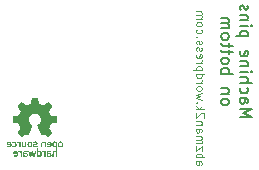
<source format=gbo>
G04 #@! TF.GenerationSoftware,KiCad,Pcbnew,(6.0.0)*
G04 #@! TF.CreationDate,2023-01-29T20:42:12-05:00*
G04 #@! TF.ProjectId,tms7000 qfp 60 adapter,746d7337-3030-4302-9071-667020363020,rev?*
G04 #@! TF.SameCoordinates,Original*
G04 #@! TF.FileFunction,Legend,Bot*
G04 #@! TF.FilePolarity,Positive*
%FSLAX46Y46*%
G04 Gerber Fmt 4.6, Leading zero omitted, Abs format (unit mm)*
G04 Created by KiCad (PCBNEW (6.0.0)) date 2023-01-29 20:42:12*
%MOMM*%
%LPD*%
G01*
G04 APERTURE LIST*
%ADD10C,0.150000*%
%ADD11C,0.100000*%
%ADD12R,1.700000X1.700000*%
%ADD13R,1.600000X1.600000*%
%ADD14O,1.600000X1.600000*%
%ADD15C,1.600000*%
%ADD16O,1.400000X1.400000*%
G04 APERTURE END LIST*
D10*
X142084619Y-93868285D02*
X143084619Y-93868285D01*
X142370333Y-93534952D01*
X143084619Y-93201619D01*
X142084619Y-93201619D01*
X142084619Y-92296857D02*
X142608428Y-92296857D01*
X142703666Y-92344476D01*
X142751285Y-92439714D01*
X142751285Y-92630190D01*
X142703666Y-92725428D01*
X142132238Y-92296857D02*
X142084619Y-92392095D01*
X142084619Y-92630190D01*
X142132238Y-92725428D01*
X142227476Y-92773047D01*
X142322714Y-92773047D01*
X142417952Y-92725428D01*
X142465571Y-92630190D01*
X142465571Y-92392095D01*
X142513190Y-92296857D01*
X142132238Y-91392095D02*
X142084619Y-91487333D01*
X142084619Y-91677809D01*
X142132238Y-91773047D01*
X142179857Y-91820666D01*
X142275095Y-91868285D01*
X142560809Y-91868285D01*
X142656047Y-91820666D01*
X142703666Y-91773047D01*
X142751285Y-91677809D01*
X142751285Y-91487333D01*
X142703666Y-91392095D01*
X142084619Y-90963523D02*
X143084619Y-90963523D01*
X142084619Y-90534952D02*
X142608428Y-90534952D01*
X142703666Y-90582571D01*
X142751285Y-90677809D01*
X142751285Y-90820666D01*
X142703666Y-90915904D01*
X142656047Y-90963523D01*
X142084619Y-90058761D02*
X142751285Y-90058761D01*
X143084619Y-90058761D02*
X143037000Y-90106380D01*
X142989380Y-90058761D01*
X143037000Y-90011142D01*
X143084619Y-90058761D01*
X142989380Y-90058761D01*
X142751285Y-89582571D02*
X142084619Y-89582571D01*
X142656047Y-89582571D02*
X142703666Y-89534952D01*
X142751285Y-89439714D01*
X142751285Y-89296857D01*
X142703666Y-89201619D01*
X142608428Y-89154000D01*
X142084619Y-89154000D01*
X142132238Y-88296857D02*
X142084619Y-88392095D01*
X142084619Y-88582571D01*
X142132238Y-88677809D01*
X142227476Y-88725428D01*
X142608428Y-88725428D01*
X142703666Y-88677809D01*
X142751285Y-88582571D01*
X142751285Y-88392095D01*
X142703666Y-88296857D01*
X142608428Y-88249238D01*
X142513190Y-88249238D01*
X142417952Y-88725428D01*
X142751285Y-87058761D02*
X141751285Y-87058761D01*
X142703666Y-87058761D02*
X142751285Y-86963523D01*
X142751285Y-86773047D01*
X142703666Y-86677809D01*
X142656047Y-86630190D01*
X142560809Y-86582571D01*
X142275095Y-86582571D01*
X142179857Y-86630190D01*
X142132238Y-86677809D01*
X142084619Y-86773047D01*
X142084619Y-86963523D01*
X142132238Y-87058761D01*
X142084619Y-86154000D02*
X142751285Y-86154000D01*
X143084619Y-86154000D02*
X143037000Y-86201619D01*
X142989380Y-86154000D01*
X143037000Y-86106380D01*
X143084619Y-86154000D01*
X142989380Y-86154000D01*
X142751285Y-85677809D02*
X142084619Y-85677809D01*
X142656047Y-85677809D02*
X142703666Y-85630190D01*
X142751285Y-85534952D01*
X142751285Y-85392095D01*
X142703666Y-85296857D01*
X142608428Y-85249238D01*
X142084619Y-85249238D01*
X142132238Y-84820666D02*
X142084619Y-84725428D01*
X142084619Y-84534952D01*
X142132238Y-84439714D01*
X142227476Y-84392095D01*
X142275095Y-84392095D01*
X142370333Y-84439714D01*
X142417952Y-84534952D01*
X142417952Y-84677809D01*
X142465571Y-84773047D01*
X142560809Y-84820666D01*
X142608428Y-84820666D01*
X142703666Y-84773047D01*
X142751285Y-84677809D01*
X142751285Y-84534952D01*
X142703666Y-84439714D01*
X140474619Y-92654000D02*
X140522238Y-92749238D01*
X140569857Y-92796857D01*
X140665095Y-92844476D01*
X140950809Y-92844476D01*
X141046047Y-92796857D01*
X141093666Y-92749238D01*
X141141285Y-92654000D01*
X141141285Y-92511142D01*
X141093666Y-92415904D01*
X141046047Y-92368285D01*
X140950809Y-92320666D01*
X140665095Y-92320666D01*
X140569857Y-92368285D01*
X140522238Y-92415904D01*
X140474619Y-92511142D01*
X140474619Y-92654000D01*
X141141285Y-91892095D02*
X140474619Y-91892095D01*
X141046047Y-91892095D02*
X141093666Y-91844476D01*
X141141285Y-91749238D01*
X141141285Y-91606380D01*
X141093666Y-91511142D01*
X140998428Y-91463523D01*
X140474619Y-91463523D01*
X140474619Y-90225428D02*
X141474619Y-90225428D01*
X141093666Y-90225428D02*
X141141285Y-90130190D01*
X141141285Y-89939714D01*
X141093666Y-89844476D01*
X141046047Y-89796857D01*
X140950809Y-89749238D01*
X140665095Y-89749238D01*
X140569857Y-89796857D01*
X140522238Y-89844476D01*
X140474619Y-89939714D01*
X140474619Y-90130190D01*
X140522238Y-90225428D01*
X140474619Y-89177809D02*
X140522238Y-89273047D01*
X140569857Y-89320666D01*
X140665095Y-89368285D01*
X140950809Y-89368285D01*
X141046047Y-89320666D01*
X141093666Y-89273047D01*
X141141285Y-89177809D01*
X141141285Y-89034952D01*
X141093666Y-88939714D01*
X141046047Y-88892095D01*
X140950809Y-88844476D01*
X140665095Y-88844476D01*
X140569857Y-88892095D01*
X140522238Y-88939714D01*
X140474619Y-89034952D01*
X140474619Y-89177809D01*
X141141285Y-88558761D02*
X141141285Y-88177809D01*
X141474619Y-88415904D02*
X140617476Y-88415904D01*
X140522238Y-88368285D01*
X140474619Y-88273047D01*
X140474619Y-88177809D01*
X141141285Y-87987333D02*
X141141285Y-87606380D01*
X141474619Y-87844476D02*
X140617476Y-87844476D01*
X140522238Y-87796857D01*
X140474619Y-87701619D01*
X140474619Y-87606380D01*
X140474619Y-87130190D02*
X140522238Y-87225428D01*
X140569857Y-87273047D01*
X140665095Y-87320666D01*
X140950809Y-87320666D01*
X141046047Y-87273047D01*
X141093666Y-87225428D01*
X141141285Y-87130190D01*
X141141285Y-86987333D01*
X141093666Y-86892095D01*
X141046047Y-86844476D01*
X140950809Y-86796857D01*
X140665095Y-86796857D01*
X140569857Y-86844476D01*
X140522238Y-86892095D01*
X140474619Y-86987333D01*
X140474619Y-87130190D01*
X140474619Y-86368285D02*
X141141285Y-86368285D01*
X141046047Y-86368285D02*
X141093666Y-86320666D01*
X141141285Y-86225428D01*
X141141285Y-86082571D01*
X141093666Y-85987333D01*
X140998428Y-85939714D01*
X140474619Y-85939714D01*
X140998428Y-85939714D02*
X141093666Y-85892095D01*
X141141285Y-85796857D01*
X141141285Y-85654000D01*
X141093666Y-85558761D01*
X140998428Y-85511142D01*
X140474619Y-85511142D01*
D11*
X138367333Y-97640000D02*
X138734000Y-97640000D01*
X138800666Y-97673333D01*
X138834000Y-97740000D01*
X138834000Y-97873333D01*
X138800666Y-97940000D01*
X138400666Y-97640000D02*
X138367333Y-97706666D01*
X138367333Y-97873333D01*
X138400666Y-97940000D01*
X138467333Y-97973333D01*
X138534000Y-97973333D01*
X138600666Y-97940000D01*
X138634000Y-97873333D01*
X138634000Y-97706666D01*
X138667333Y-97640000D01*
X138367333Y-97306666D02*
X139067333Y-97306666D01*
X138800666Y-97306666D02*
X138834000Y-97240000D01*
X138834000Y-97106666D01*
X138800666Y-97040000D01*
X138767333Y-97006666D01*
X138700666Y-96973333D01*
X138500666Y-96973333D01*
X138434000Y-97006666D01*
X138400666Y-97040000D01*
X138367333Y-97106666D01*
X138367333Y-97240000D01*
X138400666Y-97306666D01*
X138834000Y-96740000D02*
X138834000Y-96373333D01*
X138367333Y-96740000D01*
X138367333Y-96373333D01*
X138367333Y-96106666D02*
X138834000Y-96106666D01*
X138767333Y-96106666D02*
X138800666Y-96073333D01*
X138834000Y-96006666D01*
X138834000Y-95906666D01*
X138800666Y-95840000D01*
X138734000Y-95806666D01*
X138367333Y-95806666D01*
X138734000Y-95806666D02*
X138800666Y-95773333D01*
X138834000Y-95706666D01*
X138834000Y-95606666D01*
X138800666Y-95540000D01*
X138734000Y-95506666D01*
X138367333Y-95506666D01*
X138367333Y-94873333D02*
X138734000Y-94873333D01*
X138800666Y-94906666D01*
X138834000Y-94973333D01*
X138834000Y-95106666D01*
X138800666Y-95173333D01*
X138400666Y-94873333D02*
X138367333Y-94940000D01*
X138367333Y-95106666D01*
X138400666Y-95173333D01*
X138467333Y-95206666D01*
X138534000Y-95206666D01*
X138600666Y-95173333D01*
X138634000Y-95106666D01*
X138634000Y-94940000D01*
X138667333Y-94873333D01*
X138834000Y-94540000D02*
X138367333Y-94540000D01*
X138767333Y-94540000D02*
X138800666Y-94506666D01*
X138834000Y-94440000D01*
X138834000Y-94340000D01*
X138800666Y-94273333D01*
X138734000Y-94240000D01*
X138367333Y-94240000D01*
X139000666Y-93940000D02*
X139034000Y-93906666D01*
X139067333Y-93840000D01*
X139067333Y-93673333D01*
X139034000Y-93606666D01*
X139000666Y-93573333D01*
X138934000Y-93540000D01*
X138867333Y-93540000D01*
X138767333Y-93573333D01*
X138367333Y-93973333D01*
X138367333Y-93540000D01*
X138367333Y-93240000D02*
X139067333Y-93240000D01*
X138634000Y-93173333D02*
X138367333Y-92973333D01*
X138834000Y-92973333D02*
X138567333Y-93240000D01*
X138434000Y-92673333D02*
X138400666Y-92640000D01*
X138367333Y-92673333D01*
X138400666Y-92706666D01*
X138434000Y-92673333D01*
X138367333Y-92673333D01*
X138834000Y-92406666D02*
X138367333Y-92273333D01*
X138700666Y-92140000D01*
X138367333Y-92006666D01*
X138834000Y-91873333D01*
X138367333Y-91506666D02*
X138400666Y-91573333D01*
X138434000Y-91606666D01*
X138500666Y-91640000D01*
X138700666Y-91640000D01*
X138767333Y-91606666D01*
X138800666Y-91573333D01*
X138834000Y-91506666D01*
X138834000Y-91406666D01*
X138800666Y-91340000D01*
X138767333Y-91306666D01*
X138700666Y-91273333D01*
X138500666Y-91273333D01*
X138434000Y-91306666D01*
X138400666Y-91340000D01*
X138367333Y-91406666D01*
X138367333Y-91506666D01*
X138367333Y-90973333D02*
X138834000Y-90973333D01*
X138700666Y-90973333D02*
X138767333Y-90940000D01*
X138800666Y-90906666D01*
X138834000Y-90840000D01*
X138834000Y-90773333D01*
X138367333Y-90240000D02*
X139067333Y-90240000D01*
X138400666Y-90240000D02*
X138367333Y-90306666D01*
X138367333Y-90440000D01*
X138400666Y-90506666D01*
X138434000Y-90540000D01*
X138500666Y-90573333D01*
X138700666Y-90573333D01*
X138767333Y-90540000D01*
X138800666Y-90506666D01*
X138834000Y-90440000D01*
X138834000Y-90306666D01*
X138800666Y-90240000D01*
X138834000Y-89906666D02*
X138134000Y-89906666D01*
X138800666Y-89906666D02*
X138834000Y-89840000D01*
X138834000Y-89706666D01*
X138800666Y-89640000D01*
X138767333Y-89606666D01*
X138700666Y-89573333D01*
X138500666Y-89573333D01*
X138434000Y-89606666D01*
X138400666Y-89640000D01*
X138367333Y-89706666D01*
X138367333Y-89840000D01*
X138400666Y-89906666D01*
X138367333Y-89273333D02*
X138834000Y-89273333D01*
X138700666Y-89273333D02*
X138767333Y-89240000D01*
X138800666Y-89206666D01*
X138834000Y-89140000D01*
X138834000Y-89073333D01*
X138400666Y-88573333D02*
X138367333Y-88640000D01*
X138367333Y-88773333D01*
X138400666Y-88840000D01*
X138467333Y-88873333D01*
X138734000Y-88873333D01*
X138800666Y-88840000D01*
X138834000Y-88773333D01*
X138834000Y-88640000D01*
X138800666Y-88573333D01*
X138734000Y-88540000D01*
X138667333Y-88540000D01*
X138600666Y-88873333D01*
X138400666Y-88273333D02*
X138367333Y-88206666D01*
X138367333Y-88073333D01*
X138400666Y-88006666D01*
X138467333Y-87973333D01*
X138500666Y-87973333D01*
X138567333Y-88006666D01*
X138600666Y-88073333D01*
X138600666Y-88173333D01*
X138634000Y-88240000D01*
X138700666Y-88273333D01*
X138734000Y-88273333D01*
X138800666Y-88240000D01*
X138834000Y-88173333D01*
X138834000Y-88073333D01*
X138800666Y-88006666D01*
X138400666Y-87706666D02*
X138367333Y-87640000D01*
X138367333Y-87506666D01*
X138400666Y-87440000D01*
X138467333Y-87406666D01*
X138500666Y-87406666D01*
X138567333Y-87440000D01*
X138600666Y-87506666D01*
X138600666Y-87606666D01*
X138634000Y-87673333D01*
X138700666Y-87706666D01*
X138734000Y-87706666D01*
X138800666Y-87673333D01*
X138834000Y-87606666D01*
X138834000Y-87506666D01*
X138800666Y-87440000D01*
X138434000Y-87106666D02*
X138400666Y-87073333D01*
X138367333Y-87106666D01*
X138400666Y-87140000D01*
X138434000Y-87106666D01*
X138367333Y-87106666D01*
X138400666Y-86473333D02*
X138367333Y-86540000D01*
X138367333Y-86673333D01*
X138400666Y-86740000D01*
X138434000Y-86773333D01*
X138500666Y-86806666D01*
X138700666Y-86806666D01*
X138767333Y-86773333D01*
X138800666Y-86740000D01*
X138834000Y-86673333D01*
X138834000Y-86540000D01*
X138800666Y-86473333D01*
X138367333Y-86073333D02*
X138400666Y-86140000D01*
X138434000Y-86173333D01*
X138500666Y-86206666D01*
X138700666Y-86206666D01*
X138767333Y-86173333D01*
X138800666Y-86140000D01*
X138834000Y-86073333D01*
X138834000Y-85973333D01*
X138800666Y-85906666D01*
X138767333Y-85873333D01*
X138700666Y-85840000D01*
X138500666Y-85840000D01*
X138434000Y-85873333D01*
X138400666Y-85906666D01*
X138367333Y-85973333D01*
X138367333Y-86073333D01*
X138367333Y-85540000D02*
X138834000Y-85540000D01*
X138767333Y-85540000D02*
X138800666Y-85506666D01*
X138834000Y-85440000D01*
X138834000Y-85340000D01*
X138800666Y-85273333D01*
X138734000Y-85240000D01*
X138367333Y-85240000D01*
X138734000Y-85240000D02*
X138800666Y-85206666D01*
X138834000Y-85140000D01*
X138834000Y-85040000D01*
X138800666Y-84973333D01*
X138734000Y-84940000D01*
X138367333Y-84940000D01*
G36*
X127087389Y-96262644D02*
G01*
X127080887Y-96306692D01*
X127069432Y-96343065D01*
X127052383Y-96373840D01*
X127029101Y-96401091D01*
X127013543Y-96415032D01*
X126972530Y-96440863D01*
X126927542Y-96455036D01*
X126892314Y-96457788D01*
X126851745Y-96455121D01*
X126814517Y-96447277D01*
X126788930Y-96436783D01*
X126751903Y-96411732D01*
X126720822Y-96378289D01*
X126698305Y-96338896D01*
X126693959Y-96325802D01*
X126687969Y-96294798D01*
X126684166Y-96256595D01*
X126682555Y-96214443D01*
X126682688Y-96204622D01*
X126783396Y-96204622D01*
X126784009Y-96233827D01*
X126787610Y-96273015D01*
X126794818Y-96302494D01*
X126806071Y-96323791D01*
X126821807Y-96338431D01*
X126821842Y-96338454D01*
X126851699Y-96351496D01*
X126884910Y-96355697D01*
X126917383Y-96351083D01*
X126945031Y-96337678D01*
X126954491Y-96330094D01*
X126967977Y-96315574D01*
X126977170Y-96298180D01*
X126982813Y-96275524D01*
X126985653Y-96245214D01*
X126986434Y-96204860D01*
X126986432Y-96201198D01*
X126986118Y-96168228D01*
X126985024Y-96144807D01*
X126982802Y-96128236D01*
X126979107Y-96115818D01*
X126973593Y-96104856D01*
X126958118Y-96084609D01*
X126932291Y-96065528D01*
X126902772Y-96055446D01*
X126872039Y-96054361D01*
X126842569Y-96062271D01*
X126816838Y-96079171D01*
X126797325Y-96105059D01*
X126791672Y-96117271D01*
X126787343Y-96131273D01*
X126784811Y-96148421D01*
X126783641Y-96171832D01*
X126783396Y-96204622D01*
X126682688Y-96204622D01*
X126683137Y-96171595D01*
X126685916Y-96131300D01*
X126690894Y-96096811D01*
X126698074Y-96071377D01*
X126707503Y-96051878D01*
X126734757Y-96014228D01*
X126769129Y-95984967D01*
X126808824Y-95964456D01*
X126852045Y-95953056D01*
X126896997Y-95951129D01*
X126941884Y-95959034D01*
X126984911Y-95977134D01*
X127024281Y-96005789D01*
X127033752Y-96014975D01*
X127055751Y-96041849D01*
X127071622Y-96072103D01*
X127082076Y-96107908D01*
X127087826Y-96151437D01*
X127089584Y-96204860D01*
X127089576Y-96208846D01*
X127087389Y-96262644D01*
G37*
G36*
X122977871Y-95954238D02*
G01*
X123015992Y-95963047D01*
X123062834Y-95983097D01*
X123101027Y-96012091D01*
X123130702Y-96050168D01*
X123151990Y-96097468D01*
X123165022Y-96154132D01*
X123168813Y-96208952D01*
X123164257Y-96263558D01*
X123151680Y-96314106D01*
X123131645Y-96358354D01*
X123104717Y-96394062D01*
X123098313Y-96400200D01*
X123065202Y-96424577D01*
X123026916Y-96443771D01*
X122989003Y-96454867D01*
X122965022Y-96458394D01*
X122937330Y-96459908D01*
X122912099Y-96457074D01*
X122883799Y-96449619D01*
X122871987Y-96445538D01*
X122836908Y-96429273D01*
X122804545Y-96408747D01*
X122779743Y-96386882D01*
X122772316Y-96377808D01*
X122771768Y-96370513D01*
X122779743Y-96360459D01*
X122783378Y-96356658D01*
X122797995Y-96343044D01*
X122814962Y-96328782D01*
X122838272Y-96310296D01*
X122860727Y-96327423D01*
X122865668Y-96331027D01*
X122899678Y-96348417D01*
X122935569Y-96355831D01*
X122971033Y-96353672D01*
X123003765Y-96342349D01*
X123031459Y-96322264D01*
X123051808Y-96293825D01*
X123052576Y-96292244D01*
X123059531Y-96275391D01*
X123063699Y-96257822D01*
X123065716Y-96235618D01*
X123066216Y-96204860D01*
X123066177Y-96195915D01*
X123065349Y-96168334D01*
X123062925Y-96148228D01*
X123058215Y-96131631D01*
X123050532Y-96114574D01*
X123033896Y-96089155D01*
X123009032Y-96068800D01*
X122977211Y-96057986D01*
X122937239Y-96056096D01*
X122925983Y-96056829D01*
X122903422Y-96060086D01*
X122885471Y-96066754D01*
X122866473Y-96078636D01*
X122837664Y-96098942D01*
X122814658Y-96080697D01*
X122808917Y-96076039D01*
X122792153Y-96061426D01*
X122779684Y-96049195D01*
X122777840Y-96047144D01*
X122771560Y-96038479D01*
X122772929Y-96031261D01*
X122782449Y-96020254D01*
X122785187Y-96017425D01*
X122815986Y-95992751D01*
X122854070Y-95971886D01*
X122894764Y-95957443D01*
X122904832Y-95954973D01*
X122928491Y-95950847D01*
X122950570Y-95950690D01*
X122977871Y-95954238D01*
G37*
G36*
X123411677Y-96737800D02*
G01*
X123453860Y-96748756D01*
X123491837Y-96770210D01*
X123513705Y-96786889D01*
X123513705Y-96742492D01*
X123613729Y-96742492D01*
X123613729Y-97236364D01*
X123513705Y-97236364D01*
X123513695Y-97072261D01*
X123513662Y-97039446D01*
X123513441Y-96995757D01*
X123512930Y-96962000D01*
X123512036Y-96936591D01*
X123510665Y-96917944D01*
X123508723Y-96904474D01*
X123506118Y-96894595D01*
X123502755Y-96886722D01*
X123492847Y-96871290D01*
X123469113Y-96850292D01*
X123440121Y-96838753D01*
X123408599Y-96837525D01*
X123377272Y-96847462D01*
X123352794Y-96860221D01*
X123316699Y-96816346D01*
X123315920Y-96815397D01*
X123298951Y-96793992D01*
X123289510Y-96779879D01*
X123286623Y-96771283D01*
X123289315Y-96766426D01*
X123325343Y-96747579D01*
X123367950Y-96737391D01*
X123411677Y-96737800D01*
G37*
G36*
X126123277Y-97137740D02*
G01*
X126114922Y-97157757D01*
X126091580Y-97189802D01*
X126058911Y-97215586D01*
X126018545Y-97233616D01*
X125993158Y-97239020D01*
X125958418Y-97241812D01*
X125923401Y-97240875D01*
X125894172Y-97236088D01*
X125892691Y-97235657D01*
X125871317Y-97226380D01*
X125851974Y-97213687D01*
X125833025Y-97197743D01*
X125833025Y-97236364D01*
X125725651Y-97236364D01*
X125727978Y-97064272D01*
X125833025Y-97064272D01*
X125833604Y-97078452D01*
X125838725Y-97106494D01*
X125848335Y-97127439D01*
X125861451Y-97138712D01*
X125864155Y-97139600D01*
X125882169Y-97142827D01*
X125907171Y-97144946D01*
X125934707Y-97145796D01*
X125960328Y-97145214D01*
X125979582Y-97143036D01*
X125987641Y-97140911D01*
X126010465Y-97128711D01*
X126025844Y-97110733D01*
X126032743Y-97089599D01*
X126030127Y-97067929D01*
X126016961Y-97048344D01*
X126010341Y-97042676D01*
X126002387Y-97038213D01*
X125991449Y-97035238D01*
X125975148Y-97033340D01*
X125951103Y-97032111D01*
X125916937Y-97031141D01*
X125833025Y-97029094D01*
X125833025Y-97064272D01*
X125727978Y-97064272D01*
X125728208Y-97047255D01*
X125728247Y-97044355D01*
X125729275Y-96983620D01*
X125730548Y-96934473D01*
X125732113Y-96896040D01*
X125734012Y-96867444D01*
X125736292Y-96847811D01*
X125738998Y-96836265D01*
X125752443Y-96808681D01*
X125777282Y-96779763D01*
X125811901Y-96757477D01*
X125821053Y-96753171D01*
X125838787Y-96746373D01*
X125857670Y-96741986D01*
X125881486Y-96739268D01*
X125914020Y-96737479D01*
X125940432Y-96736870D01*
X125984015Y-96739008D01*
X126019425Y-96746034D01*
X126049091Y-96758543D01*
X126075440Y-96777132D01*
X126086170Y-96786729D01*
X126097461Y-96798123D01*
X126101841Y-96804491D01*
X126101693Y-96805031D01*
X126095611Y-96811955D01*
X126082396Y-96823767D01*
X126064504Y-96838248D01*
X126027166Y-96867244D01*
X126011277Y-96852518D01*
X126002270Y-96845351D01*
X125983153Y-96836342D01*
X125957587Y-96831474D01*
X125922690Y-96830014D01*
X125907294Y-96830657D01*
X125877148Y-96836125D01*
X125853732Y-96846349D01*
X125839780Y-96860331D01*
X125837340Y-96867205D01*
X125834238Y-96885354D01*
X125833025Y-96907065D01*
X125833025Y-96941179D01*
X125925235Y-96943805D01*
X125968004Y-96945565D01*
X126002830Y-96948623D01*
X126029680Y-96953508D01*
X126050863Y-96960814D01*
X126068688Y-96971137D01*
X126085462Y-96985071D01*
X126096949Y-96997966D01*
X126114503Y-97029197D01*
X126125417Y-97065625D01*
X126127499Y-97089599D01*
X126128678Y-97103167D01*
X126123277Y-97137740D01*
G37*
G36*
X126496434Y-97236364D02*
G01*
X126494498Y-97069135D01*
X126494145Y-97039512D01*
X126493519Y-96995597D01*
X126492783Y-96961697D01*
X126491805Y-96936222D01*
X126490451Y-96917577D01*
X126488587Y-96904172D01*
X126486080Y-96894412D01*
X126482797Y-96886706D01*
X126478603Y-96879461D01*
X126477992Y-96878494D01*
X126457149Y-96856799D01*
X126429512Y-96842771D01*
X126398521Y-96837062D01*
X126367620Y-96840325D01*
X126340249Y-96853214D01*
X126329982Y-96861294D01*
X126321244Y-96870344D01*
X126314528Y-96881322D01*
X126309571Y-96895738D01*
X126306107Y-96915103D01*
X126303873Y-96940927D01*
X126302603Y-96974721D01*
X126302034Y-97017995D01*
X126301900Y-97072261D01*
X126301891Y-97236364D01*
X126201354Y-97236364D01*
X126203173Y-97044129D01*
X126203271Y-97033827D01*
X126203871Y-96978085D01*
X126204686Y-96933100D01*
X126205998Y-96897373D01*
X126208088Y-96869404D01*
X126211240Y-96847694D01*
X126215735Y-96830744D01*
X126221855Y-96817054D01*
X126229884Y-96805126D01*
X126240103Y-96793460D01*
X126252794Y-96780557D01*
X126267956Y-96767508D01*
X126303671Y-96747927D01*
X126343792Y-96737566D01*
X126385391Y-96736657D01*
X126425538Y-96745430D01*
X126461305Y-96764116D01*
X126463334Y-96765586D01*
X126477775Y-96775746D01*
X126487874Y-96782376D01*
X126488701Y-96782602D01*
X126490820Y-96779698D01*
X126492492Y-96770631D01*
X126493761Y-96754346D01*
X126494671Y-96729785D01*
X126495266Y-96695893D01*
X126495590Y-96651612D01*
X126495688Y-96595886D01*
X126495688Y-96404781D01*
X126462868Y-96426443D01*
X126447662Y-96435433D01*
X126422440Y-96447327D01*
X126400229Y-96454693D01*
X126369194Y-96458451D01*
X126327136Y-96453887D01*
X126288242Y-96438972D01*
X126254504Y-96414870D01*
X126227914Y-96382746D01*
X126210464Y-96343763D01*
X126209652Y-96340742D01*
X126205495Y-96316146D01*
X126202559Y-96282661D01*
X126200844Y-96243333D01*
X126200429Y-96207986D01*
X126305016Y-96207986D01*
X126305498Y-96246380D01*
X126307482Y-96278556D01*
X126311532Y-96302193D01*
X126318210Y-96319347D01*
X126328076Y-96332073D01*
X126341691Y-96342429D01*
X126358756Y-96350480D01*
X126388223Y-96356127D01*
X126418651Y-96354293D01*
X126446119Y-96345372D01*
X126466704Y-96329764D01*
X126472699Y-96321379D01*
X126484967Y-96293046D01*
X126492757Y-96257414D01*
X126496088Y-96217623D01*
X126494979Y-96176815D01*
X126489449Y-96138130D01*
X126479516Y-96104709D01*
X126465200Y-96079694D01*
X126456345Y-96069959D01*
X126445478Y-96062372D01*
X126430875Y-96058336D01*
X126408153Y-96056032D01*
X126385858Y-96055596D01*
X126355395Y-96061064D01*
X126332702Y-96074914D01*
X126316286Y-96097828D01*
X126311575Y-96109489D01*
X126308331Y-96123916D01*
X126306323Y-96143514D01*
X126305301Y-96170724D01*
X126305016Y-96207986D01*
X126200429Y-96207986D01*
X126200349Y-96201209D01*
X126201072Y-96159334D01*
X126203014Y-96120754D01*
X126206173Y-96088517D01*
X126210548Y-96065668D01*
X126217244Y-96046939D01*
X126238648Y-96011125D01*
X126267730Y-95983222D01*
X126302672Y-95963821D01*
X126341654Y-95953514D01*
X126382855Y-95952892D01*
X126424457Y-95962547D01*
X126464638Y-95983070D01*
X126495688Y-96003965D01*
X126495688Y-95954798D01*
X126595713Y-95954798D01*
X126595713Y-97236364D01*
X126496434Y-97236364D01*
G37*
G36*
X122739054Y-96197519D02*
G01*
X122738451Y-96235025D01*
X122735988Y-96269379D01*
X122731700Y-96295969D01*
X122719097Y-96334741D01*
X122694702Y-96378724D01*
X122661952Y-96413624D01*
X122621212Y-96439074D01*
X122572848Y-96454708D01*
X122569870Y-96455295D01*
X122515895Y-96459426D01*
X122462548Y-96451787D01*
X122412082Y-96432941D01*
X122366750Y-96403447D01*
X122360269Y-96397882D01*
X122349090Y-96386868D01*
X122344667Y-96380207D01*
X122344698Y-96379966D01*
X122349789Y-96373179D01*
X122361907Y-96361098D01*
X122378612Y-96346170D01*
X122412557Y-96317169D01*
X122435184Y-96332524D01*
X122438735Y-96334850D01*
X122459897Y-96346624D01*
X122480045Y-96355217D01*
X122489905Y-96357786D01*
X122517319Y-96360513D01*
X122546851Y-96358956D01*
X122573746Y-96353555D01*
X122593250Y-96344748D01*
X122608816Y-96328790D01*
X122623510Y-96305823D01*
X122634297Y-96281144D01*
X122638489Y-96259799D01*
X122638489Y-96242369D01*
X122330814Y-96242369D01*
X122333378Y-96172039D01*
X122334152Y-96161099D01*
X122430797Y-96161099D01*
X122638489Y-96161099D01*
X122638489Y-96143328D01*
X122635450Y-96124786D01*
X122624235Y-96099124D01*
X122607563Y-96075933D01*
X122588419Y-96060170D01*
X122587520Y-96059698D01*
X122563303Y-96051620D01*
X122534798Y-96048571D01*
X122527949Y-96048768D01*
X122494333Y-96056359D01*
X122466972Y-96074311D01*
X122446886Y-96101713D01*
X122435091Y-96137656D01*
X122430797Y-96161099D01*
X122334152Y-96161099D01*
X122336583Y-96126718D01*
X122343361Y-96089731D01*
X122354730Y-96059451D01*
X122371751Y-96033071D01*
X122395484Y-96007789D01*
X122433084Y-95979394D01*
X122477904Y-95959477D01*
X122525608Y-95951200D01*
X122574733Y-95954995D01*
X122617329Y-95968291D01*
X122657831Y-95992633D01*
X122690761Y-96026780D01*
X122715894Y-96070495D01*
X122733006Y-96123537D01*
X122734540Y-96131494D01*
X122737722Y-96161099D01*
X122737762Y-96161472D01*
X122739054Y-96197519D01*
G37*
G36*
X124743369Y-92241388D02*
G01*
X124799570Y-92241442D01*
X124845038Y-92241603D01*
X124880952Y-92241928D01*
X124908490Y-92242476D01*
X124928834Y-92243302D01*
X124943163Y-92244464D01*
X124952655Y-92246019D01*
X124958491Y-92248024D01*
X124961851Y-92250535D01*
X124963913Y-92253610D01*
X124964182Y-92254217D01*
X124967094Y-92264783D01*
X124971909Y-92286002D01*
X124978341Y-92316450D01*
X124986099Y-92354706D01*
X124994894Y-92399349D01*
X125004438Y-92448957D01*
X125014441Y-92502108D01*
X125016182Y-92511436D01*
X125026164Y-92563856D01*
X125035712Y-92612320D01*
X125044530Y-92655436D01*
X125052320Y-92691812D01*
X125058787Y-92720058D01*
X125063633Y-92738782D01*
X125066563Y-92746591D01*
X125068658Y-92748118D01*
X125081227Y-92754716D01*
X125102847Y-92764748D01*
X125131660Y-92777451D01*
X125165810Y-92792066D01*
X125203439Y-92807832D01*
X125242689Y-92823987D01*
X125281702Y-92839772D01*
X125318621Y-92854425D01*
X125351588Y-92867186D01*
X125378746Y-92877293D01*
X125398236Y-92883986D01*
X125408203Y-92886505D01*
X125411560Y-92885922D01*
X125424228Y-92880311D01*
X125444948Y-92868554D01*
X125474122Y-92850396D01*
X125512152Y-92825582D01*
X125559442Y-92793858D01*
X125616394Y-92754970D01*
X125633748Y-92743042D01*
X125683170Y-92709091D01*
X125723576Y-92681409D01*
X125755953Y-92659381D01*
X125781288Y-92642393D01*
X125800566Y-92629831D01*
X125814776Y-92621079D01*
X125824904Y-92615523D01*
X125831935Y-92612549D01*
X125836857Y-92611541D01*
X125840656Y-92611885D01*
X125844318Y-92612967D01*
X125849804Y-92616512D01*
X125863480Y-92628125D01*
X125883484Y-92646557D01*
X125908641Y-92670611D01*
X125937776Y-92699093D01*
X125969713Y-92730804D01*
X126003278Y-92764550D01*
X126037294Y-92799134D01*
X126070588Y-92833359D01*
X126101984Y-92866030D01*
X126130307Y-92895950D01*
X126154381Y-92921924D01*
X126173032Y-92942754D01*
X126185084Y-92957244D01*
X126189363Y-92964199D01*
X126189303Y-92964667D01*
X126184995Y-92973787D01*
X126174427Y-92991805D01*
X126158378Y-93017510D01*
X126137628Y-93049693D01*
X126112955Y-93087143D01*
X126085137Y-93128652D01*
X126054955Y-93173009D01*
X126052078Y-93177208D01*
X126012190Y-93235896D01*
X125979392Y-93285116D01*
X125953756Y-93324756D01*
X125935355Y-93354699D01*
X125924261Y-93374831D01*
X125920547Y-93385039D01*
X125921603Y-93391070D01*
X125927022Y-93408357D01*
X125936352Y-93433753D01*
X125948817Y-93465465D01*
X125963640Y-93501699D01*
X125980045Y-93540663D01*
X125997256Y-93580564D01*
X126014496Y-93619609D01*
X126030988Y-93656004D01*
X126045956Y-93687958D01*
X126058623Y-93713676D01*
X126068213Y-93731366D01*
X126073949Y-93739235D01*
X126081881Y-93742017D01*
X126100930Y-93746846D01*
X126129433Y-93753271D01*
X126165910Y-93760982D01*
X126208880Y-93769665D01*
X126256864Y-93779008D01*
X126308382Y-93788699D01*
X126356241Y-93797626D01*
X126404653Y-93806820D01*
X126448213Y-93815264D01*
X126485432Y-93822660D01*
X126514819Y-93828713D01*
X126534884Y-93833125D01*
X126544138Y-93835600D01*
X126558204Y-93841510D01*
X126558204Y-94091037D01*
X126558203Y-94099380D01*
X126558163Y-94160530D01*
X126558021Y-94210474D01*
X126557728Y-94250368D01*
X126557234Y-94281366D01*
X126556489Y-94304623D01*
X126555444Y-94321295D01*
X126554048Y-94332537D01*
X126552253Y-94339504D01*
X126550008Y-94343351D01*
X126547264Y-94345233D01*
X126538961Y-94347385D01*
X126519765Y-94351547D01*
X126491157Y-94357416D01*
X126454589Y-94364702D01*
X126411512Y-94373116D01*
X126363377Y-94382369D01*
X126311634Y-94392173D01*
X126282245Y-94397726D01*
X126224864Y-94408767D01*
X126178477Y-94418034D01*
X126142161Y-94425736D01*
X126114993Y-94432085D01*
X126096050Y-94437289D01*
X126084409Y-94441560D01*
X126079147Y-94445108D01*
X126078256Y-94446600D01*
X126072683Y-94458358D01*
X126063362Y-94479708D01*
X126050938Y-94509110D01*
X126036058Y-94545027D01*
X126019365Y-94585920D01*
X126001505Y-94630250D01*
X125985714Y-94670008D01*
X125966031Y-94720836D01*
X125951214Y-94760990D01*
X125941111Y-94790911D01*
X125935565Y-94811039D01*
X125934424Y-94821813D01*
X125937652Y-94829173D01*
X125947347Y-94846078D01*
X125962649Y-94870802D01*
X125982726Y-94902050D01*
X126006744Y-94938529D01*
X126033871Y-94978944D01*
X126063274Y-95022001D01*
X126089617Y-95060495D01*
X126116734Y-95100662D01*
X126140729Y-95136781D01*
X126160796Y-95167609D01*
X126176129Y-95191907D01*
X126185920Y-95208434D01*
X126189363Y-95215948D01*
X126189066Y-95216879D01*
X126182614Y-95225668D01*
X126168451Y-95241950D01*
X126147532Y-95264715D01*
X126120814Y-95292948D01*
X126089250Y-95325639D01*
X126053795Y-95361775D01*
X126015405Y-95400343D01*
X125987224Y-95428412D01*
X125946831Y-95468395D01*
X125913910Y-95500566D01*
X125887679Y-95525638D01*
X125867353Y-95544324D01*
X125852148Y-95557336D01*
X125841280Y-95565387D01*
X125833966Y-95569190D01*
X125829422Y-95569458D01*
X125823536Y-95566169D01*
X125808082Y-95556400D01*
X125784667Y-95541073D01*
X125754557Y-95521033D01*
X125719020Y-95497125D01*
X125679323Y-95470193D01*
X125636733Y-95441082D01*
X125600698Y-95416526D01*
X125560497Y-95389542D01*
X125524239Y-95365644D01*
X125493187Y-95345642D01*
X125468604Y-95330350D01*
X125451754Y-95320579D01*
X125443900Y-95317141D01*
X125440969Y-95317687D01*
X125427341Y-95322812D01*
X125406033Y-95332468D01*
X125379324Y-95345594D01*
X125349496Y-95361128D01*
X125336227Y-95368123D01*
X125307606Y-95382502D01*
X125283150Y-95393838D01*
X125265112Y-95401117D01*
X125255744Y-95403325D01*
X125253848Y-95402138D01*
X125249288Y-95395986D01*
X125242617Y-95384039D01*
X125233550Y-95365651D01*
X125221803Y-95340179D01*
X125207093Y-95306977D01*
X125189134Y-95265400D01*
X125167643Y-95214804D01*
X125142336Y-95154543D01*
X125112929Y-95083973D01*
X125079138Y-95002449D01*
X125061557Y-94959880D01*
X125034740Y-94894673D01*
X125009624Y-94833273D01*
X124986597Y-94776647D01*
X124966047Y-94725760D01*
X124948363Y-94681580D01*
X124933933Y-94645075D01*
X124923145Y-94617210D01*
X124916388Y-94598954D01*
X124914049Y-94591273D01*
X124914602Y-94588090D01*
X124923234Y-94575750D01*
X124940618Y-94562067D01*
X124944212Y-94559721D01*
X124963778Y-94546425D01*
X124987886Y-94529478D01*
X125012140Y-94511960D01*
X125049171Y-94482131D01*
X125104147Y-94425696D01*
X125149472Y-94362520D01*
X125184672Y-94293825D01*
X125209274Y-94220831D01*
X125222806Y-94144763D01*
X125224795Y-94066841D01*
X125214767Y-93988288D01*
X125210093Y-93967870D01*
X125185475Y-93894745D01*
X125150150Y-93826523D01*
X125105131Y-93764286D01*
X125051433Y-93709119D01*
X124990070Y-93662104D01*
X124922057Y-93624327D01*
X124848408Y-93596870D01*
X124828525Y-93591961D01*
X124779764Y-93584619D01*
X124725556Y-93581439D01*
X124670210Y-93582421D01*
X124618035Y-93587565D01*
X124573340Y-93596870D01*
X124527361Y-93612173D01*
X124464513Y-93641533D01*
X124406811Y-93679993D01*
X124351411Y-93729248D01*
X124343356Y-93737386D01*
X124306607Y-93777485D01*
X124277888Y-93815186D01*
X124254897Y-93853811D01*
X124235331Y-93896684D01*
X124213609Y-93962314D01*
X124199542Y-94039516D01*
X124197158Y-94116636D01*
X124206126Y-94192501D01*
X124226114Y-94265939D01*
X124256787Y-94335777D01*
X124297816Y-94400842D01*
X124348867Y-94459961D01*
X124409608Y-94511960D01*
X124415316Y-94516131D01*
X124439940Y-94533793D01*
X124463344Y-94550132D01*
X124481130Y-94562067D01*
X124487343Y-94566321D01*
X124502241Y-94579847D01*
X124507699Y-94591273D01*
X124506763Y-94594824D01*
X124501597Y-94609276D01*
X124492257Y-94633694D01*
X124479131Y-94667111D01*
X124462607Y-94708561D01*
X124443073Y-94757076D01*
X124420919Y-94811689D01*
X124396531Y-94871434D01*
X124370299Y-94935343D01*
X124342610Y-95002449D01*
X124321065Y-95054472D01*
X124290033Y-95129107D01*
X124263210Y-95193190D01*
X124240309Y-95247365D01*
X124221049Y-95292276D01*
X124205143Y-95328569D01*
X124192309Y-95356888D01*
X124182262Y-95377879D01*
X124174719Y-95392185D01*
X124169394Y-95400452D01*
X124166004Y-95403325D01*
X124163113Y-95403047D01*
X124149671Y-95398494D01*
X124128546Y-95389313D01*
X124101989Y-95376520D01*
X124072253Y-95361128D01*
X124059186Y-95354219D01*
X124030421Y-95339591D01*
X124005755Y-95327827D01*
X123987471Y-95319990D01*
X123977848Y-95317141D01*
X123971851Y-95319601D01*
X123956327Y-95328434D01*
X123932872Y-95342915D01*
X123902750Y-95362232D01*
X123867224Y-95385574D01*
X123827558Y-95412128D01*
X123785015Y-95441082D01*
X123749292Y-95465514D01*
X123709030Y-95492865D01*
X123672719Y-95517330D01*
X123641625Y-95538066D01*
X123617017Y-95554229D01*
X123600162Y-95564975D01*
X123592327Y-95569458D01*
X123589885Y-95569681D01*
X123583771Y-95567376D01*
X123574417Y-95561106D01*
X123561038Y-95550161D01*
X123542851Y-95533827D01*
X123519072Y-95511390D01*
X123488917Y-95482140D01*
X123451602Y-95445362D01*
X123406344Y-95400343D01*
X123396160Y-95390165D01*
X123358439Y-95352130D01*
X123323902Y-95316790D01*
X123293502Y-95285158D01*
X123268196Y-95258246D01*
X123248938Y-95237065D01*
X123236683Y-95222628D01*
X123232385Y-95215948D01*
X123235172Y-95209635D01*
X123244352Y-95193972D01*
X123259156Y-95170411D01*
X123278777Y-95140192D01*
X123302408Y-95104557D01*
X123329243Y-95064746D01*
X123358474Y-95022001D01*
X123384296Y-94984226D01*
X123411755Y-94943409D01*
X123436209Y-94906366D01*
X123456825Y-94874391D01*
X123472772Y-94848777D01*
X123483216Y-94830820D01*
X123487325Y-94821813D01*
X123487053Y-94815701D01*
X123483012Y-94798780D01*
X123474465Y-94772215D01*
X123461257Y-94735565D01*
X123443234Y-94688390D01*
X123420243Y-94630250D01*
X123414400Y-94615684D01*
X123396846Y-94572294D01*
X123380667Y-94532836D01*
X123366507Y-94498850D01*
X123355013Y-94471875D01*
X123346829Y-94453448D01*
X123342601Y-94445108D01*
X123340983Y-94443601D01*
X123332989Y-94439757D01*
X123318204Y-94435095D01*
X123295706Y-94429406D01*
X123264571Y-94422480D01*
X123223876Y-94414106D01*
X123172698Y-94404073D01*
X123110114Y-94392173D01*
X123059036Y-94382496D01*
X123010844Y-94373233D01*
X122967690Y-94364806D01*
X122931027Y-94357504D01*
X122902304Y-94351615D01*
X122882973Y-94347428D01*
X122874485Y-94345233D01*
X122874119Y-94345069D01*
X122871439Y-94343007D01*
X122869252Y-94338839D01*
X122867508Y-94331409D01*
X122866158Y-94319563D01*
X122865152Y-94302144D01*
X122864441Y-94277997D01*
X122863974Y-94245969D01*
X122863702Y-94204903D01*
X122863576Y-94153644D01*
X122863545Y-94091037D01*
X122863545Y-93841510D01*
X122877611Y-93835600D01*
X122885791Y-93833378D01*
X122905108Y-93829099D01*
X122933856Y-93823158D01*
X122970547Y-93815851D01*
X123013689Y-93807474D01*
X123061792Y-93798325D01*
X123113367Y-93788699D01*
X123161324Y-93779689D01*
X123209608Y-93770311D01*
X123252983Y-93761570D01*
X123289969Y-93753780D01*
X123319088Y-93747253D01*
X123338858Y-93742301D01*
X123347800Y-93739235D01*
X123351040Y-93735343D01*
X123359364Y-93720900D01*
X123371038Y-93697799D01*
X123385286Y-93667833D01*
X123401331Y-93632794D01*
X123418396Y-93594476D01*
X123435706Y-93554672D01*
X123452483Y-93515174D01*
X123467951Y-93477776D01*
X123481333Y-93444271D01*
X123491853Y-93416451D01*
X123498735Y-93396109D01*
X123501202Y-93385039D01*
X123501185Y-93384674D01*
X123496982Y-93373809D01*
X123485405Y-93353026D01*
X123466524Y-93322440D01*
X123440414Y-93282165D01*
X123407146Y-93232317D01*
X123366793Y-93173009D01*
X123362773Y-93167138D01*
X123332853Y-93123082D01*
X123305400Y-93082031D01*
X123281191Y-93045195D01*
X123261007Y-93013784D01*
X123245625Y-92989008D01*
X123235825Y-92972076D01*
X123232385Y-92964199D01*
X123234960Y-92959539D01*
X123245341Y-92946664D01*
X123262589Y-92927176D01*
X123285528Y-92902271D01*
X123312985Y-92873147D01*
X123343782Y-92840999D01*
X123376746Y-92807023D01*
X123410702Y-92772415D01*
X123444473Y-92738373D01*
X123476885Y-92706092D01*
X123506763Y-92676767D01*
X123532932Y-92651596D01*
X123554216Y-92631775D01*
X123569440Y-92618500D01*
X123577430Y-92612967D01*
X123578880Y-92612499D01*
X123582361Y-92611597D01*
X123586291Y-92611616D01*
X123591658Y-92613169D01*
X123599448Y-92616870D01*
X123610647Y-92623336D01*
X123626241Y-92633181D01*
X123647218Y-92647019D01*
X123674563Y-92665465D01*
X123709262Y-92689134D01*
X123752303Y-92718641D01*
X123804671Y-92754601D01*
X123834897Y-92775294D01*
X123886936Y-92810517D01*
X123929523Y-92838719D01*
X123963069Y-92860158D01*
X123987982Y-92875093D01*
X124004673Y-92883783D01*
X124013551Y-92886485D01*
X124016454Y-92885981D01*
X124030626Y-92881611D01*
X124053537Y-92873387D01*
X124083331Y-92862071D01*
X124118154Y-92848422D01*
X124156152Y-92833200D01*
X124195470Y-92817166D01*
X124234254Y-92801079D01*
X124270648Y-92785700D01*
X124302798Y-92771788D01*
X124328851Y-92760103D01*
X124346950Y-92751406D01*
X124355241Y-92746457D01*
X124355593Y-92745946D01*
X124358835Y-92736161D01*
X124363950Y-92715705D01*
X124370645Y-92685968D01*
X124378621Y-92648339D01*
X124387584Y-92604209D01*
X124397237Y-92554967D01*
X124407285Y-92502004D01*
X124408932Y-92493196D01*
X124418905Y-92440520D01*
X124428367Y-92391621D01*
X124437029Y-92347921D01*
X124444602Y-92310839D01*
X124450796Y-92281795D01*
X124455322Y-92262210D01*
X124457892Y-92253505D01*
X124458765Y-92252010D01*
X124461314Y-92249228D01*
X124465754Y-92246980D01*
X124473266Y-92245207D01*
X124485028Y-92243854D01*
X124502219Y-92242864D01*
X124526018Y-92242181D01*
X124557604Y-92241748D01*
X124598156Y-92241508D01*
X124648853Y-92241406D01*
X124710874Y-92241385D01*
X124743369Y-92241388D01*
G37*
G36*
X124113104Y-97149519D02*
G01*
X124092170Y-97183522D01*
X124061454Y-97211309D01*
X124021723Y-97231415D01*
X124021225Y-97231592D01*
X123990950Y-97238670D01*
X123954665Y-97241914D01*
X123918211Y-97241122D01*
X123887428Y-97236088D01*
X123885948Y-97235657D01*
X123864574Y-97226380D01*
X123845230Y-97213687D01*
X123826282Y-97197743D01*
X123826282Y-97236364D01*
X123726257Y-97236364D01*
X123726290Y-97060914D01*
X123826282Y-97060914D01*
X123826292Y-97063370D01*
X123829254Y-97095220D01*
X123837993Y-97117765D01*
X123853273Y-97133041D01*
X123854103Y-97133552D01*
X123869408Y-97139004D01*
X123892263Y-97143400D01*
X123918125Y-97146227D01*
X123942449Y-97146973D01*
X123960690Y-97145129D01*
X123969981Y-97142948D01*
X123987418Y-97139062D01*
X124006570Y-97130436D01*
X124021057Y-97112406D01*
X124026132Y-97087890D01*
X124026006Y-97082813D01*
X124023113Y-97063719D01*
X124015296Y-97049699D01*
X124001058Y-97040037D01*
X123978900Y-97034020D01*
X123947326Y-97030933D01*
X123904837Y-97030063D01*
X123826282Y-97030063D01*
X123826282Y-97060914D01*
X123726290Y-97060914D01*
X123726292Y-97050380D01*
X123726382Y-97015627D01*
X123726913Y-96961609D01*
X123727890Y-96915939D01*
X123729281Y-96879654D01*
X123731052Y-96853792D01*
X123733168Y-96839391D01*
X123734314Y-96835610D01*
X123749105Y-96807853D01*
X123773012Y-96782037D01*
X123803090Y-96760802D01*
X123836397Y-96746788D01*
X123856901Y-96742206D01*
X123896569Y-96737574D01*
X123939106Y-96736642D01*
X123979581Y-96739434D01*
X124013066Y-96745971D01*
X124017677Y-96747500D01*
X124037408Y-96756593D01*
X124058069Y-96769137D01*
X124076605Y-96782921D01*
X124089966Y-96795735D01*
X124095098Y-96805369D01*
X124094993Y-96805840D01*
X124089122Y-96812775D01*
X124076043Y-96824545D01*
X124058241Y-96838889D01*
X124052737Y-96843106D01*
X124035575Y-96855615D01*
X124024906Y-96861431D01*
X124018197Y-96861568D01*
X124012917Y-96857041D01*
X124002209Y-96847698D01*
X123977983Y-96836890D01*
X123947858Y-96830970D01*
X123915278Y-96829950D01*
X123883683Y-96833843D01*
X123856517Y-96842661D01*
X123837222Y-96856416D01*
X123833920Y-96860986D01*
X123828094Y-96878354D01*
X123826282Y-96905151D01*
X123826282Y-96941395D01*
X123918492Y-96943639D01*
X123928728Y-96943901D01*
X123964375Y-96945178D01*
X123990670Y-96946992D01*
X124010151Y-96949665D01*
X124025359Y-96953518D01*
X124038834Y-96958873D01*
X124073530Y-96980461D01*
X124100796Y-97010661D01*
X124117840Y-97047731D01*
X124122558Y-97068733D01*
X124122982Y-97087890D01*
X124123489Y-97110767D01*
X124113104Y-97149519D01*
G37*
G36*
X123319005Y-95960593D02*
G01*
X123351825Y-95975131D01*
X123377031Y-95996542D01*
X123377815Y-95997481D01*
X123383088Y-96001819D01*
X123386196Y-95997413D01*
X123388674Y-95982400D01*
X123391800Y-95957924D01*
X123443375Y-95956108D01*
X123494950Y-95954293D01*
X123494950Y-96455427D01*
X123443375Y-96453611D01*
X123391800Y-96451796D01*
X123388674Y-96279878D01*
X123388187Y-96253424D01*
X123387170Y-96205364D01*
X123385942Y-96167612D01*
X123384209Y-96138674D01*
X123381680Y-96117055D01*
X123378060Y-96101263D01*
X123373057Y-96089801D01*
X123366378Y-96081178D01*
X123357730Y-96073898D01*
X123346820Y-96066468D01*
X123330225Y-96059232D01*
X123303115Y-96055181D01*
X123274425Y-96057096D01*
X123249488Y-96065054D01*
X123229703Y-96075286D01*
X123205691Y-96047863D01*
X123195917Y-96036505D01*
X123180626Y-96018055D01*
X123169480Y-96003784D01*
X123157280Y-95987129D01*
X123177842Y-95974421D01*
X123205317Y-95961594D01*
X123242705Y-95953486D01*
X123281616Y-95953265D01*
X123319005Y-95960593D01*
G37*
G36*
X124486346Y-96278582D02*
G01*
X124480019Y-96316055D01*
X124470937Y-96344669D01*
X124447952Y-96382762D01*
X124414511Y-96416331D01*
X124373831Y-96440832D01*
X124327744Y-96454858D01*
X124317955Y-96456265D01*
X124278030Y-96457441D01*
X124237786Y-96452546D01*
X124203142Y-96442182D01*
X124177385Y-96427797D01*
X124145608Y-96401539D01*
X124118630Y-96370013D01*
X124100189Y-96337035D01*
X124096326Y-96326799D01*
X124091857Y-96311735D01*
X124088882Y-96295039D01*
X124087102Y-96273993D01*
X124086216Y-96245881D01*
X124085924Y-96207986D01*
X124085927Y-96204860D01*
X124185745Y-96204860D01*
X124185952Y-96227778D01*
X124187744Y-96262510D01*
X124191992Y-96288462D01*
X124199436Y-96308017D01*
X124210813Y-96323558D01*
X124226864Y-96337466D01*
X124245824Y-96348316D01*
X124278867Y-96355735D01*
X124315407Y-96351881D01*
X124315645Y-96351820D01*
X124341325Y-96342895D01*
X124360516Y-96329919D01*
X124374038Y-96311248D01*
X124382710Y-96285237D01*
X124387352Y-96250243D01*
X124388783Y-96204622D01*
X124388607Y-96175170D01*
X124387570Y-96150809D01*
X124385222Y-96133081D01*
X124381129Y-96118870D01*
X124374854Y-96105059D01*
X124370791Y-96097788D01*
X124349656Y-96073670D01*
X124321357Y-96059473D01*
X124285229Y-96054823D01*
X124284513Y-96054825D01*
X124249830Y-96060568D01*
X124221112Y-96077289D01*
X124198586Y-96104856D01*
X124197985Y-96105891D01*
X124192655Y-96116874D01*
X124189112Y-96129566D01*
X124187011Y-96146662D01*
X124186004Y-96170861D01*
X124185745Y-96204860D01*
X124085927Y-96204860D01*
X124085939Y-96194509D01*
X124087012Y-96149476D01*
X124090176Y-96113867D01*
X124096068Y-96085289D01*
X124105324Y-96061350D01*
X124118579Y-96039655D01*
X124136471Y-96017813D01*
X124168808Y-95988796D01*
X124209034Y-95966438D01*
X124252285Y-95953922D01*
X124296743Y-95950968D01*
X124340586Y-95957294D01*
X124381998Y-95972621D01*
X124419157Y-95996667D01*
X124450246Y-96029152D01*
X124473445Y-96069796D01*
X124475595Y-96075404D01*
X124483498Y-96107000D01*
X124488494Y-96146460D01*
X124490614Y-96190440D01*
X124490386Y-96204622D01*
X124489888Y-96235596D01*
X124486346Y-96278582D01*
G37*
G36*
X125279114Y-97079442D02*
G01*
X125278103Y-97101143D01*
X125276385Y-97117095D01*
X125273777Y-97129291D01*
X125270093Y-97139724D01*
X125265149Y-97150388D01*
X125261195Y-97157791D01*
X125237698Y-97189005D01*
X125207343Y-97215135D01*
X125174205Y-97232505D01*
X125168798Y-97234243D01*
X125143846Y-97239683D01*
X125119022Y-97242122D01*
X125107513Y-97241651D01*
X125079922Y-97236859D01*
X125051695Y-97228148D01*
X125027205Y-97217019D01*
X125010829Y-97204975D01*
X125006352Y-97200290D01*
X124996225Y-97193470D01*
X124990726Y-97198086D01*
X124989068Y-97214483D01*
X124989068Y-97236364D01*
X124889043Y-97236364D01*
X124889043Y-96989428D01*
X124992195Y-96989428D01*
X124992196Y-96991233D01*
X124993024Y-97033573D01*
X124995879Y-97065550D01*
X125001463Y-97089164D01*
X125010481Y-97106413D01*
X125023637Y-97119296D01*
X125041635Y-97129811D01*
X125061996Y-97137832D01*
X125092773Y-97141449D01*
X125125549Y-97134097D01*
X125131719Y-97131566D01*
X125152569Y-97116740D01*
X125167700Y-97093685D01*
X125177397Y-97061552D01*
X125181944Y-97019486D01*
X125181628Y-96966638D01*
X125179138Y-96931000D01*
X125174555Y-96900902D01*
X125167972Y-96881312D01*
X125157224Y-96865578D01*
X125134335Y-96847411D01*
X125106788Y-96837724D01*
X125077338Y-96836486D01*
X125048741Y-96843665D01*
X125023751Y-96859231D01*
X125005125Y-96883152D01*
X125004206Y-96884958D01*
X124998997Y-96897206D01*
X124995524Y-96911052D01*
X124993453Y-96929222D01*
X124992454Y-96954439D01*
X124992195Y-96989428D01*
X124889043Y-96989428D01*
X124889043Y-96535665D01*
X124937492Y-96537491D01*
X124985942Y-96539317D01*
X124987637Y-96662785D01*
X124987732Y-96669201D01*
X124988580Y-96706317D01*
X124989807Y-96738464D01*
X124991305Y-96763758D01*
X124992967Y-96780315D01*
X124994686Y-96786253D01*
X124999460Y-96784273D01*
X125008620Y-96775881D01*
X125011474Y-96772796D01*
X125030595Y-96759342D01*
X125056867Y-96747674D01*
X125085917Y-96739443D01*
X125113373Y-96736302D01*
X125122717Y-96736433D01*
X125161895Y-96741481D01*
X125195270Y-96754925D01*
X125226812Y-96778230D01*
X125242726Y-96793443D01*
X125255296Y-96808465D01*
X125264678Y-96824877D01*
X125271329Y-96844528D01*
X125275705Y-96869270D01*
X125278265Y-96900955D01*
X125279466Y-96941432D01*
X125279764Y-96992554D01*
X125279756Y-97010820D01*
X125279722Y-97019486D01*
X125279604Y-97049999D01*
X125279114Y-97079442D01*
G37*
G36*
X124785034Y-95951672D02*
G01*
X124812052Y-95956969D01*
X124857806Y-95972908D01*
X124893404Y-95996083D01*
X124918811Y-96026461D01*
X124933994Y-96064007D01*
X124938918Y-96108686D01*
X124938589Y-96116215D01*
X124934491Y-96141819D01*
X124927240Y-96164225D01*
X124921293Y-96175849D01*
X124903563Y-96199793D01*
X124879917Y-96218253D01*
X124848764Y-96232022D01*
X124808509Y-96241892D01*
X124757561Y-96248656D01*
X124739634Y-96250527D01*
X124705289Y-96255525D01*
X124681082Y-96261940D01*
X124665351Y-96270542D01*
X124656435Y-96282105D01*
X124652673Y-96297399D01*
X124652821Y-96313094D01*
X124661321Y-96334300D01*
X124680313Y-96349297D01*
X124709985Y-96358206D01*
X124750522Y-96361148D01*
X124752223Y-96361144D01*
X124796636Y-96357304D01*
X124835468Y-96345264D01*
X124873541Y-96323552D01*
X124901662Y-96304204D01*
X124935908Y-96334239D01*
X124937980Y-96336063D01*
X124954281Y-96350995D01*
X124965828Y-96362578D01*
X124970234Y-96368437D01*
X124969980Y-96369685D01*
X124962841Y-96378242D01*
X124947832Y-96390355D01*
X124927578Y-96404200D01*
X124904705Y-96417956D01*
X124881836Y-96429800D01*
X124860866Y-96438572D01*
X124832345Y-96448252D01*
X124807773Y-96454356D01*
X124795179Y-96456276D01*
X124744867Y-96458589D01*
X124696437Y-96452800D01*
X124651848Y-96439634D01*
X124613057Y-96419812D01*
X124582021Y-96394060D01*
X124560698Y-96363098D01*
X124552237Y-96335604D01*
X124549599Y-96299819D01*
X124553934Y-96263406D01*
X124565076Y-96231383D01*
X124566275Y-96229092D01*
X124581337Y-96206241D01*
X124600404Y-96188351D01*
X124625162Y-96174699D01*
X124657295Y-96164565D01*
X124698489Y-96157225D01*
X124750428Y-96151958D01*
X124750530Y-96151950D01*
X124776059Y-96148876D01*
X124799007Y-96144231D01*
X124814415Y-96139017D01*
X124827646Y-96129077D01*
X124837031Y-96111409D01*
X124836530Y-96091678D01*
X124826407Y-96072755D01*
X124806926Y-96057511D01*
X124787901Y-96051058D01*
X124756701Y-96048109D01*
X124721712Y-96050912D01*
X124686846Y-96059083D01*
X124656016Y-96072241D01*
X124621313Y-96091826D01*
X124592638Y-96058261D01*
X124591762Y-96057233D01*
X124577730Y-96040032D01*
X124567776Y-96026483D01*
X124564006Y-96019442D01*
X124564502Y-96017712D01*
X124572643Y-96009151D01*
X124588678Y-95997807D01*
X124609883Y-95985462D01*
X124633536Y-95973902D01*
X124656332Y-95965958D01*
X124689363Y-95958275D01*
X124725007Y-95952866D01*
X124758489Y-95950432D01*
X124785034Y-95951672D01*
G37*
G36*
X123946908Y-95956113D02*
G01*
X123998199Y-95957924D01*
X123998167Y-96142344D01*
X123998165Y-96148771D01*
X123998114Y-96200487D01*
X123997920Y-96241436D01*
X123997477Y-96273183D01*
X123996682Y-96297292D01*
X123995431Y-96315328D01*
X123993617Y-96328855D01*
X123991138Y-96339436D01*
X123987889Y-96348638D01*
X123983765Y-96358022D01*
X123974605Y-96375573D01*
X123946353Y-96411845D01*
X123910198Y-96438638D01*
X123866917Y-96455307D01*
X123857313Y-96457289D01*
X123815678Y-96458291D01*
X123773252Y-96447917D01*
X123732301Y-96426650D01*
X123701251Y-96405754D01*
X123701251Y-96454921D01*
X123601226Y-96454921D01*
X123601226Y-95954798D01*
X123701251Y-95954798D01*
X123701251Y-96116014D01*
X123701256Y-96137468D01*
X123701356Y-96182131D01*
X123701679Y-96216655D01*
X123702351Y-96242721D01*
X123703496Y-96262008D01*
X123705241Y-96276197D01*
X123707709Y-96286969D01*
X123711026Y-96296003D01*
X123715317Y-96304980D01*
X123719968Y-96313387D01*
X123740686Y-96337627D01*
X123767805Y-96351554D01*
X123802485Y-96355845D01*
X123807369Y-96355738D01*
X123835247Y-96351097D01*
X123857879Y-96338186D01*
X123879033Y-96314994D01*
X123881169Y-96311993D01*
X123884555Y-96305882D01*
X123887186Y-96297918D01*
X123889181Y-96286580D01*
X123890658Y-96270346D01*
X123891737Y-96247694D01*
X123892537Y-96217104D01*
X123893174Y-96177054D01*
X123893770Y-96126023D01*
X123895616Y-95954302D01*
X123946908Y-95956113D01*
G37*
G36*
X124484161Y-96743764D02*
G01*
X124522541Y-96745618D01*
X124576073Y-96912724D01*
X124578243Y-96919491D01*
X124592064Y-96962207D01*
X124604670Y-97000542D01*
X124615551Y-97032989D01*
X124624195Y-97058040D01*
X124630092Y-97074185D01*
X124632730Y-97079917D01*
X124634299Y-97076573D01*
X124638835Y-97062741D01*
X124645742Y-97039694D01*
X124654544Y-97009062D01*
X124664767Y-96972475D01*
X124675935Y-96931565D01*
X124683697Y-96902819D01*
X124694638Y-96862316D01*
X124704418Y-96826124D01*
X124712514Y-96796182D01*
X124718400Y-96774430D01*
X124721552Y-96762810D01*
X124727091Y-96742492D01*
X124779935Y-96742492D01*
X124789474Y-96742550D01*
X124811613Y-96743203D01*
X124827008Y-96744426D01*
X124832779Y-96746029D01*
X124832748Y-96746205D01*
X124830472Y-96753929D01*
X124824944Y-96771824D01*
X124816652Y-96798349D01*
X124806086Y-96831962D01*
X124793735Y-96871123D01*
X124780087Y-96914290D01*
X124765631Y-96959923D01*
X124750857Y-97006480D01*
X124736253Y-97052421D01*
X124722308Y-97096204D01*
X124709512Y-97136289D01*
X124698352Y-97171135D01*
X124689319Y-97199200D01*
X124682901Y-97218944D01*
X124679587Y-97228825D01*
X124679417Y-97229237D01*
X124672905Y-97233492D01*
X124657421Y-97235366D01*
X124631274Y-97235076D01*
X124585877Y-97233238D01*
X124536357Y-97066291D01*
X124534537Y-97060166D01*
X124521663Y-97017454D01*
X124509845Y-96979276D01*
X124499569Y-96947128D01*
X124491321Y-96922504D01*
X124485588Y-96906899D01*
X124482855Y-96901806D01*
X124482726Y-96901938D01*
X124479634Y-96909492D01*
X124473564Y-96927325D01*
X124465008Y-96953880D01*
X124454463Y-96987601D01*
X124442420Y-97026932D01*
X124429375Y-97070315D01*
X124379876Y-97236364D01*
X124289728Y-97236364D01*
X124249176Y-97109770D01*
X124237145Y-97072180D01*
X124220415Y-97019832D01*
X124203160Y-96965767D01*
X124186827Y-96914526D01*
X124172867Y-96870649D01*
X124172752Y-96870288D01*
X124161362Y-96834513D01*
X124151164Y-96802618D01*
X124142806Y-96776612D01*
X124136932Y-96758505D01*
X124134190Y-96750306D01*
X124134443Y-96747595D01*
X124141278Y-96744595D01*
X124157403Y-96742977D01*
X124184407Y-96742492D01*
X124186737Y-96742495D01*
X124215858Y-96743390D01*
X124233500Y-96745953D01*
X124240537Y-96750306D01*
X124242478Y-96756707D01*
X124247336Y-96773867D01*
X124254566Y-96799913D01*
X124263700Y-96833149D01*
X124274270Y-96871880D01*
X124285808Y-96914409D01*
X124296133Y-96952260D01*
X124306930Y-96991124D01*
X124316419Y-97024524D01*
X124324121Y-97050806D01*
X124329559Y-97068314D01*
X124332256Y-97075395D01*
X124332566Y-97075400D01*
X124336187Y-97068638D01*
X124342952Y-97051696D01*
X124352342Y-97026018D01*
X124363842Y-96993047D01*
X124376934Y-96954228D01*
X124391103Y-96911002D01*
X124445781Y-96741911D01*
X124484161Y-96743764D01*
G37*
G36*
X125455162Y-95957800D02*
G01*
X125488466Y-95970183D01*
X125514345Y-95989339D01*
X125523651Y-95998500D01*
X125533149Y-96003696D01*
X125537904Y-95997629D01*
X125539203Y-95979804D01*
X125539203Y-95954798D01*
X125639228Y-95954798D01*
X125639228Y-96454921D01*
X125540110Y-96454921D01*
X125538094Y-96287693D01*
X125537639Y-96251193D01*
X125537001Y-96208886D01*
X125536245Y-96176355D01*
X125535232Y-96152000D01*
X125533821Y-96134222D01*
X125531873Y-96121420D01*
X125529248Y-96111994D01*
X125525807Y-96104343D01*
X125521408Y-96096869D01*
X125518596Y-96092537D01*
X125498343Y-96070786D01*
X125472559Y-96058614D01*
X125438891Y-96054823D01*
X125406499Y-96058765D01*
X125380129Y-96071841D01*
X125360319Y-96094742D01*
X125356962Y-96101182D01*
X125354067Y-96109755D01*
X125351791Y-96121551D01*
X125350011Y-96138116D01*
X125348606Y-96160997D01*
X125347451Y-96191741D01*
X125346425Y-96231895D01*
X125345405Y-96283004D01*
X125342280Y-96451796D01*
X125290213Y-96453619D01*
X125238147Y-96455443D01*
X125240201Y-96269199D01*
X125240230Y-96266587D01*
X125240854Y-96213735D01*
X125241503Y-96171759D01*
X125242296Y-96139104D01*
X125243349Y-96114211D01*
X125244782Y-96095524D01*
X125246711Y-96081486D01*
X125249255Y-96070541D01*
X125252530Y-96061130D01*
X125256656Y-96051697D01*
X125275194Y-96019025D01*
X125301145Y-95991184D01*
X125336028Y-95968819D01*
X125343898Y-95965112D01*
X125379558Y-95954882D01*
X125417753Y-95952572D01*
X125455162Y-95957800D01*
G37*
G36*
X123277331Y-96954044D02*
G01*
X123278412Y-97009588D01*
X123272479Y-97062463D01*
X123260012Y-97109828D01*
X123241494Y-97148842D01*
X123226636Y-97170242D01*
X123200727Y-97197475D01*
X123169432Y-97217912D01*
X123129235Y-97234229D01*
X123107192Y-97239181D01*
X123071098Y-97241604D01*
X123031906Y-97239480D01*
X122994380Y-97233135D01*
X122963284Y-97222895D01*
X122957193Y-97219955D01*
X122936075Y-97207974D01*
X122915587Y-97194124D01*
X122898302Y-97180394D01*
X122886791Y-97168774D01*
X122883626Y-97161256D01*
X122883699Y-97161097D01*
X122889529Y-97154625D01*
X122902223Y-97142762D01*
X122919172Y-97127952D01*
X122952920Y-97099278D01*
X122971163Y-97114629D01*
X122992700Y-97128108D01*
X123022946Y-97139553D01*
X123054689Y-97145929D01*
X123082433Y-97145702D01*
X123115551Y-97134814D01*
X123143754Y-97114784D01*
X123164044Y-97087845D01*
X123174277Y-97056091D01*
X123177768Y-97030063D01*
X122868223Y-97030063D01*
X122870949Y-96958836D01*
X122871147Y-96953763D01*
X122871719Y-96942541D01*
X122970133Y-96942541D01*
X123177768Y-96942541D01*
X123174277Y-96916513D01*
X123165081Y-96885679D01*
X123145720Y-96859012D01*
X123118121Y-96840467D01*
X123083917Y-96831577D01*
X123065192Y-96831240D01*
X123032592Y-96839018D01*
X123005900Y-96857292D01*
X122986057Y-96885287D01*
X122974005Y-96922224D01*
X122970133Y-96942541D01*
X122871719Y-96942541D01*
X122872720Y-96922901D01*
X122875051Y-96900369D01*
X122878895Y-96882495D01*
X122885006Y-96865609D01*
X122894140Y-96846040D01*
X122916066Y-96810225D01*
X122949135Y-96776336D01*
X122989076Y-96752766D01*
X123035448Y-96739762D01*
X123087808Y-96737572D01*
X123094076Y-96738027D01*
X123142579Y-96747742D01*
X123184299Y-96767773D01*
X123218883Y-96797736D01*
X123245977Y-96837243D01*
X123265229Y-96885909D01*
X123276129Y-96942541D01*
X123276285Y-96943349D01*
X123277331Y-96954044D01*
G37*
G36*
X126131203Y-96221975D02*
G01*
X126125932Y-96273625D01*
X126113793Y-96322000D01*
X126094756Y-96364730D01*
X126068791Y-96399443D01*
X126045627Y-96418949D01*
X126006548Y-96440874D01*
X125963484Y-96454715D01*
X125935693Y-96457811D01*
X125897059Y-96456766D01*
X125857420Y-96451114D01*
X125822299Y-96441376D01*
X125808327Y-96435062D01*
X125783128Y-96420007D01*
X125761143Y-96402966D01*
X125732651Y-96376777D01*
X125768512Y-96347185D01*
X125776670Y-96340494D01*
X125792416Y-96328362D01*
X125802562Y-96322842D01*
X125809879Y-96322788D01*
X125817136Y-96327052D01*
X125820204Y-96329275D01*
X125857821Y-96349592D01*
X125897693Y-96359834D01*
X125937191Y-96359639D01*
X125973686Y-96348645D01*
X125998884Y-96330031D01*
X126018138Y-96301670D01*
X126029468Y-96265812D01*
X126033641Y-96242369D01*
X125720498Y-96242369D01*
X125720545Y-96203297D01*
X125721040Y-96178930D01*
X125722854Y-96161099D01*
X125826774Y-96161099D01*
X126032762Y-96161099D01*
X126029094Y-96140781D01*
X126022204Y-96115361D01*
X126005984Y-96084597D01*
X125983701Y-96062720D01*
X125967629Y-96054794D01*
X125937501Y-96048741D01*
X125905586Y-96050494D01*
X125876844Y-96060170D01*
X125861805Y-96071653D01*
X125844333Y-96093635D01*
X125831661Y-96119179D01*
X125826774Y-96143328D01*
X125826774Y-96161099D01*
X125722854Y-96161099D01*
X125726486Y-96125407D01*
X125738400Y-96080594D01*
X125757352Y-96042759D01*
X125783910Y-96010165D01*
X125811283Y-95987489D01*
X125852213Y-95966044D01*
X125896552Y-95954312D01*
X125942093Y-95952332D01*
X125986628Y-95960143D01*
X126027948Y-95977782D01*
X126063848Y-96005288D01*
X126084202Y-96030073D01*
X126106106Y-96071101D01*
X126121260Y-96118342D01*
X126128271Y-96161099D01*
X126129636Y-96169424D01*
X126131203Y-96221975D01*
G37*
G36*
X125420188Y-96737965D02*
G01*
X125460323Y-96749909D01*
X125495490Y-96772115D01*
X125520448Y-96793479D01*
X125520448Y-96742492D01*
X125620473Y-96742492D01*
X125620473Y-97236364D01*
X125520448Y-97236364D01*
X125520448Y-97075148D01*
X125520443Y-97053833D01*
X125520343Y-97009135D01*
X125520020Y-96974579D01*
X125519349Y-96948483D01*
X125518203Y-96929165D01*
X125516459Y-96914943D01*
X125513991Y-96904136D01*
X125510674Y-96895062D01*
X125506382Y-96886039D01*
X125492404Y-96865807D01*
X125467789Y-96846808D01*
X125438661Y-96837030D01*
X125407927Y-96837323D01*
X125378490Y-96848539D01*
X125358436Y-96860766D01*
X125323789Y-96819025D01*
X125317301Y-96811116D01*
X125302896Y-96792800D01*
X125292890Y-96778956D01*
X125289141Y-96772103D01*
X125292363Y-96768371D01*
X125304279Y-96760697D01*
X125321962Y-96751643D01*
X125335396Y-96746084D01*
X125377680Y-96736588D01*
X125420188Y-96737965D01*
G37*
%LPC*%
D12*
X200152000Y-54356000D03*
X179832000Y-50292000D03*
X175768000Y-46228000D03*
X187960000Y-90932000D03*
X183896000Y-86868000D03*
X204216000Y-74676000D03*
D13*
X151384000Y-86360000D03*
D14*
X148844000Y-86360000D03*
D12*
X159258000Y-78740000D03*
X196088000Y-50292000D03*
D15*
X131064000Y-51845000D03*
D14*
X131064000Y-49305000D03*
D12*
X163322000Y-74676000D03*
X187960000Y-50292000D03*
X200152000Y-82804000D03*
X200152000Y-70612000D03*
X204216000Y-58420000D03*
X196088000Y-46228000D03*
X163322000Y-66548000D03*
X163322000Y-78740000D03*
X171704000Y-50292000D03*
X183896000Y-46228000D03*
X179832000Y-90932000D03*
X175768000Y-86868000D03*
X192024000Y-86868000D03*
X183896000Y-50292000D03*
X179832000Y-46228000D03*
X163322000Y-62484000D03*
X171450000Y-90932000D03*
X179832000Y-86868000D03*
D13*
X141102000Y-56134000D03*
D14*
X141102000Y-58674000D03*
X141102000Y-61214000D03*
X141102000Y-63754000D03*
X141102000Y-66294000D03*
X141102000Y-68834000D03*
X141102000Y-71374000D03*
X141102000Y-73914000D03*
X141102000Y-76454000D03*
X141102000Y-78994000D03*
X148722000Y-78994000D03*
X148722000Y-76454000D03*
X148722000Y-73914000D03*
X148722000Y-71374000D03*
X148722000Y-68834000D03*
X148722000Y-66294000D03*
X148722000Y-63754000D03*
X148722000Y-61214000D03*
X148722000Y-58674000D03*
X148722000Y-56134000D03*
D12*
X192024000Y-90932000D03*
X159258000Y-62484000D03*
D13*
X142325810Y-50800000D03*
D14*
X139785810Y-50800000D03*
D12*
X196088000Y-86868000D03*
X175768000Y-90932000D03*
X200152000Y-62484000D03*
X183896000Y-90932000D03*
X200152000Y-46228000D03*
D13*
X120116000Y-48531500D03*
D14*
X120116000Y-51071500D03*
X120116000Y-53611500D03*
X120116000Y-56151500D03*
X120116000Y-58691500D03*
X120116000Y-61231500D03*
X120116000Y-63771500D03*
X120116000Y-66311500D03*
X120116000Y-68851500D03*
X120116000Y-71391500D03*
X120116000Y-73931500D03*
X120116000Y-76471500D03*
X120116000Y-79011500D03*
X120116000Y-81551500D03*
X120116000Y-84091500D03*
X120116000Y-86631500D03*
X120116000Y-89171500D03*
X120116000Y-91711500D03*
X120116000Y-94251500D03*
X120116000Y-96791500D03*
X135356000Y-96791500D03*
X135356000Y-94251500D03*
X135356000Y-91711500D03*
X135356000Y-89171500D03*
D16*
X135356000Y-86631500D03*
X135356000Y-84091500D03*
X135356000Y-81551500D03*
D14*
X135356000Y-79011500D03*
X135356000Y-76471500D03*
X135356000Y-73931500D03*
X135356000Y-71391500D03*
X135356000Y-68851500D03*
X135356000Y-66311500D03*
D16*
X135356000Y-63771500D03*
X135356000Y-61231500D03*
X135356000Y-58691500D03*
D14*
X135356000Y-56151500D03*
X135356000Y-53611500D03*
X135356000Y-51071500D03*
X135356000Y-48531500D03*
D12*
X204216000Y-70612000D03*
D15*
X127254000Y-52607000D03*
D14*
X127254000Y-50067000D03*
D13*
X142325810Y-53340000D03*
D14*
X139785810Y-53340000D03*
D12*
X187960000Y-46228000D03*
X163322000Y-54356000D03*
X159258000Y-70612000D03*
X200152000Y-66548000D03*
X204216000Y-62484000D03*
X200152000Y-50292000D03*
X200152000Y-74676000D03*
X159258000Y-74676000D03*
X171704000Y-46228000D03*
X163322000Y-58420000D03*
X204216000Y-78740000D03*
X187960000Y-86868000D03*
X196088000Y-90932000D03*
X192024000Y-50292000D03*
X204216000Y-54356000D03*
X200152000Y-90932000D03*
X159258000Y-66548000D03*
X200152000Y-78740000D03*
D13*
X142325810Y-48260000D03*
D14*
X139785810Y-48260000D03*
D12*
X167640000Y-50292000D03*
X200152000Y-86868000D03*
X175768000Y-50292000D03*
X200152000Y-58420000D03*
X163322000Y-70612000D03*
X204216000Y-66548000D03*
X159258000Y-58420000D03*
X192024000Y-46228000D03*
M02*

</source>
